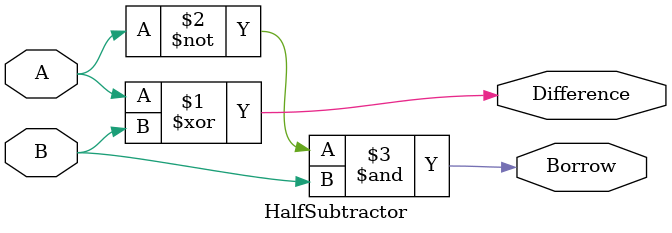
<source format=v>
module HalfSubtractor(
  
  input A,
  input B,
  output Difference,
  output Borrow
  
);
  
  assign Difference = A^B;
  assign Borrow = ~A&B;
  
endmodule
</source>
